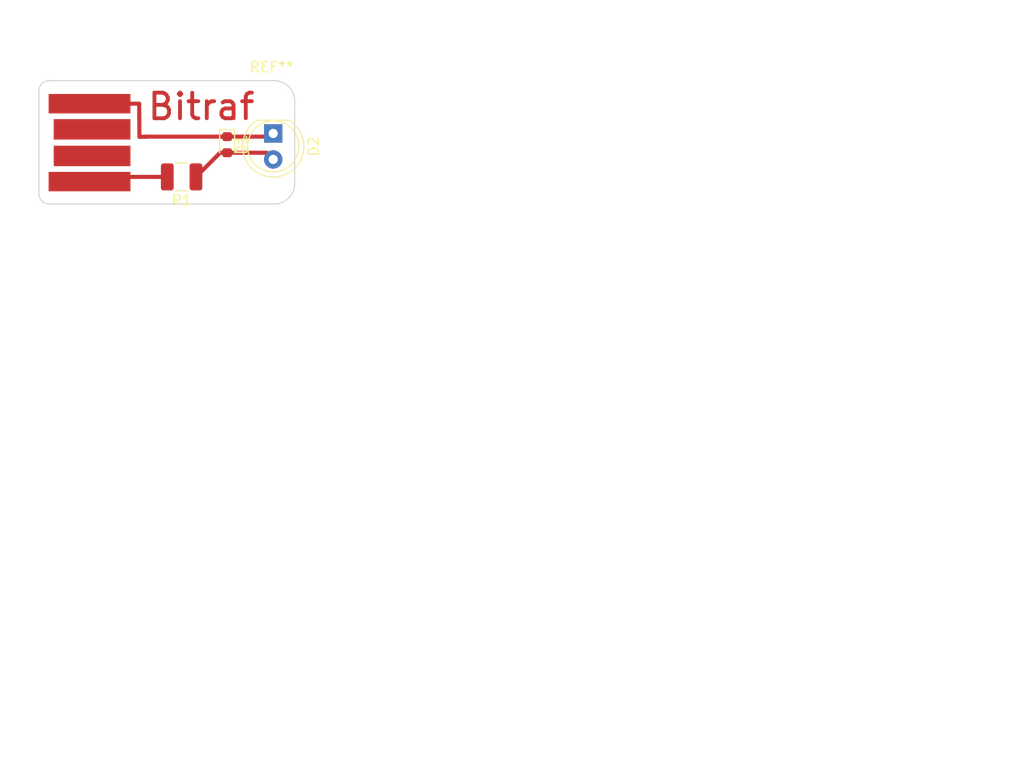
<source format=kicad_pcb>
(kicad_pcb (version 20171130) (host pcbnew 5.0.1)

  (general
    (thickness 1.6)
    (drawings 13)
    (tracks 13)
    (zones 0)
    (modules 5)
    (nets 6)
  )

  (page A4)
  (layers
    (0 F.Cu signal)
    (31 B.Cu signal)
    (32 B.Adhes user)
    (33 F.Adhes user)
    (34 B.Paste user)
    (35 F.Paste user)
    (36 B.SilkS user)
    (37 F.SilkS user)
    (38 B.Mask user)
    (39 F.Mask user)
    (40 Dwgs.User user)
    (41 Cmts.User user)
    (42 Eco1.User user)
    (43 Eco2.User user)
    (44 Edge.Cuts user)
    (45 Margin user)
    (46 B.CrtYd user)
    (47 F.CrtYd user)
    (48 B.Fab user)
    (49 F.Fab user)
  )

  (setup
    (last_trace_width 0.4)
    (trace_clearance 0.4)
    (zone_clearance 0.508)
    (zone_45_only no)
    (trace_min 0.2)
    (segment_width 0.2)
    (edge_width 0.15)
    (via_size 0.8)
    (via_drill 0.4)
    (via_min_size 0.4)
    (via_min_drill 0.3)
    (uvia_size 0.3)
    (uvia_drill 0.1)
    (uvias_allowed no)
    (uvia_min_size 0.2)
    (uvia_min_drill 0.1)
    (pcb_text_width 0.3)
    (pcb_text_size 1.5 1.5)
    (mod_edge_width 0.15)
    (mod_text_size 1 1)
    (mod_text_width 0.15)
    (pad_size 1.524 1.524)
    (pad_drill 0.762)
    (pad_to_mask_clearance 0.051)
    (solder_mask_min_width 0.25)
    (aux_axis_origin 0 0)
    (visible_elements FFFFFF7F)
    (pcbplotparams
      (layerselection 0x010fc_ffffffff)
      (usegerberextensions false)
      (usegerberattributes false)
      (usegerberadvancedattributes false)
      (creategerberjobfile false)
      (excludeedgelayer true)
      (linewidth 0.100000)
      (plotframeref false)
      (viasonmask false)
      (mode 1)
      (useauxorigin false)
      (hpglpennumber 1)
      (hpglpenspeed 20)
      (hpglpendiameter 15.000000)
      (psnegative false)
      (psa4output false)
      (plotreference true)
      (plotvalue true)
      (plotinvisibletext false)
      (padsonsilk false)
      (subtractmaskfromsilk false)
      (outputformat 1)
      (mirror false)
      (drillshape 1)
      (scaleselection 1)
      (outputdirectory ""))
  )

  (net 0 "")
  (net 1 GND)
  (net 2 "Net-(D1-Pad2)")
  (net 3 "Net-(J1-Pad2)")
  (net 4 "Net-(J1-Pad3)")
  (net 5 +5V)

  (net_class Default "This is the default net class."
    (clearance 0.4)
    (trace_width 0.4)
    (via_dia 0.8)
    (via_drill 0.4)
    (uvia_dia 0.3)
    (uvia_drill 0.1)
    (add_net +5V)
    (add_net GND)
    (add_net "Net-(D1-Pad2)")
    (add_net "Net-(J1-Pad2)")
    (add_net "Net-(J1-Pad3)")
  )

  (module LED_SMD:LED_0603_1608Metric (layer F.Cu) (tedit 5B301BBE) (tstamp 5C7327EE)
    (at 122.15 39.1 270)
    (descr "LED SMD 0603 (1608 Metric), square (rectangular) end terminal, IPC_7351 nominal, (Body size source: http://www.tortai-tech.com/upload/download/2011102023233369053.pdf), generated with kicad-footprint-generator")
    (tags diode)
    (path /5C5ECDB6)
    (attr smd)
    (fp_text reference D1 (at 0 -1.43 270) (layer F.SilkS)
      (effects (font (size 1 1) (thickness 0.15)))
    )
    (fp_text value "LED SMD" (at 0 1.43 270) (layer F.Fab)
      (effects (font (size 1 1) (thickness 0.15)))
    )
    (fp_line (start 0.8 -0.4) (end -0.5 -0.4) (layer F.Fab) (width 0.1))
    (fp_line (start -0.5 -0.4) (end -0.8 -0.1) (layer F.Fab) (width 0.1))
    (fp_line (start -0.8 -0.1) (end -0.8 0.4) (layer F.Fab) (width 0.1))
    (fp_line (start -0.8 0.4) (end 0.8 0.4) (layer F.Fab) (width 0.1))
    (fp_line (start 0.8 0.4) (end 0.8 -0.4) (layer F.Fab) (width 0.1))
    (fp_line (start 0.8 -0.735) (end -1.485 -0.735) (layer F.SilkS) (width 0.12))
    (fp_line (start -1.485 -0.735) (end -1.485 0.735) (layer F.SilkS) (width 0.12))
    (fp_line (start -1.485 0.735) (end 0.8 0.735) (layer F.SilkS) (width 0.12))
    (fp_line (start -1.48 0.73) (end -1.48 -0.73) (layer F.CrtYd) (width 0.05))
    (fp_line (start -1.48 -0.73) (end 1.48 -0.73) (layer F.CrtYd) (width 0.05))
    (fp_line (start 1.48 -0.73) (end 1.48 0.73) (layer F.CrtYd) (width 0.05))
    (fp_line (start 1.48 0.73) (end -1.48 0.73) (layer F.CrtYd) (width 0.05))
    (fp_text user %R (at 0 0 270) (layer F.Fab)
      (effects (font (size 0.4 0.4) (thickness 0.06)))
    )
    (pad 1 smd roundrect (at -0.7875 0 270) (size 0.875 0.95) (layers F.Cu F.Paste F.Mask) (roundrect_rratio 0.25)
      (net 1 GND))
    (pad 2 smd roundrect (at 0.7875 0 270) (size 0.875 0.95) (layers F.Cu F.Paste F.Mask) (roundrect_rratio 0.25)
      (net 2 "Net-(D1-Pad2)"))
    (model ${KISYS3DMOD}/LED_SMD.3dshapes/LED_0603_1608Metric.wrl
      (at (xyz 0 0 0))
      (scale (xyz 1 1 1))
      (rotate (xyz 0 0 0))
    )
  )

  (module LED_THT:LED_D5.0mm (layer F.Cu) (tedit 5995936A) (tstamp 5C73252C)
    (at 126.65 38 270)
    (descr "LED, diameter 5.0mm, 2 pins, http://cdn-reichelt.de/documents/datenblatt/A500/LL-504BC2E-009.pdf")
    (tags "LED diameter 5.0mm 2 pins")
    (path /5C5ECE43)
    (fp_text reference D2 (at 1.27 -3.96 270) (layer F.SilkS)
      (effects (font (size 1 1) (thickness 0.15)))
    )
    (fp_text value LED (at 1.27 3.96 270) (layer F.Fab)
      (effects (font (size 1 1) (thickness 0.15)))
    )
    (fp_arc (start 1.27 0) (end -1.23 -1.469694) (angle 299.1) (layer F.Fab) (width 0.1))
    (fp_arc (start 1.27 0) (end -1.29 -1.54483) (angle 148.9) (layer F.SilkS) (width 0.12))
    (fp_arc (start 1.27 0) (end -1.29 1.54483) (angle -148.9) (layer F.SilkS) (width 0.12))
    (fp_circle (center 1.27 0) (end 3.77 0) (layer F.Fab) (width 0.1))
    (fp_circle (center 1.27 0) (end 3.77 0) (layer F.SilkS) (width 0.12))
    (fp_line (start -1.23 -1.469694) (end -1.23 1.469694) (layer F.Fab) (width 0.1))
    (fp_line (start -1.29 -1.545) (end -1.29 1.545) (layer F.SilkS) (width 0.12))
    (fp_line (start -1.95 -3.25) (end -1.95 3.25) (layer F.CrtYd) (width 0.05))
    (fp_line (start -1.95 3.25) (end 4.5 3.25) (layer F.CrtYd) (width 0.05))
    (fp_line (start 4.5 3.25) (end 4.5 -3.25) (layer F.CrtYd) (width 0.05))
    (fp_line (start 4.5 -3.25) (end -1.95 -3.25) (layer F.CrtYd) (width 0.05))
    (fp_text user %R (at 1.25 0 270) (layer F.Fab)
      (effects (font (size 0.8 0.8) (thickness 0.2)))
    )
    (pad 1 thru_hole rect (at 0 0 270) (size 1.8 1.8) (drill 0.9) (layers *.Cu *.Mask)
      (net 1 GND))
    (pad 2 thru_hole circle (at 2.54 0 270) (size 1.8 1.8) (drill 0.9) (layers *.Cu *.Mask)
      (net 2 "Net-(D1-Pad2)"))
    (model ${KISYS3DMOD}/LED_THT.3dshapes/LED_D5.0mm.wrl
      (at (xyz 0 0 0))
      (scale (xyz 1 1 1))
      (rotate (xyz 0 0 0))
    )
  )

  (module usbled:usb-pcb (layer F.Cu) (tedit 542BB0AF) (tstamp 5C732537)
    (at 103.8 38.9 270)
    (path /5C5ED0C5)
    (attr virtual)
    (fp_text reference J1 (at 0.13 -7.85 270) (layer F.SilkS) hide
      (effects (font (size 1.5 1.5) (thickness 0.15)))
    )
    (fp_text value USB_A (at 0.29 -10.13 270) (layer F.SilkS) hide
      (effects (font (size 1.5 1.5) (thickness 0.15)))
    )
    (fp_line (start -6.03 0) (end -6.03 -12) (layer Dwgs.User) (width 0.15))
    (fp_line (start 6.03 0) (end -6.03 0) (layer Dwgs.User) (width 0.15))
    (fp_line (start 6.03 0) (end 6.03 -12) (layer Dwgs.User) (width 0.15))
    (pad 2 connect rect (at 1.3 -5.15 270) (size 2 7.5) (layers F.Cu F.Mask)
      (net 3 "Net-(J1-Pad2)"))
    (pad 3 connect rect (at -1.3 -5.15 270) (size 2 7.5) (layers F.Cu F.Mask)
      (net 4 "Net-(J1-Pad3)"))
    (pad 4 connect rect (at -3.81 -4.9 270) (size 1.9 8) (layers F.Cu F.Mask)
      (net 1 GND))
    (pad 1 connect rect (at 3.81 -4.9 270) (size 1.9 8) (layers F.Cu F.Mask)
      (net 5 +5V))
  )

  (module Resistor_SMD:R_1210_3225Metric (layer F.Cu) (tedit 5B301BBD) (tstamp 5C7D1206)
    (at 117.7 42.25 180)
    (descr "Resistor SMD 1210 (3225 Metric), square (rectangular) end terminal, IPC_7351 nominal, (Body size source: http://www.tortai-tech.com/upload/download/2011102023233369053.pdf), generated with kicad-footprint-generator")
    (tags resistor)
    (path /5C5ECE94)
    (attr smd)
    (fp_text reference R1 (at 0 -2.28 180) (layer F.SilkS)
      (effects (font (size 1 1) (thickness 0.15)))
    )
    (fp_text value 470 (at 0 2.28 180) (layer F.Fab)
      (effects (font (size 1 1) (thickness 0.15)))
    )
    (fp_line (start -1.6 1.25) (end -1.6 -1.25) (layer F.Fab) (width 0.1))
    (fp_line (start -1.6 -1.25) (end 1.6 -1.25) (layer F.Fab) (width 0.1))
    (fp_line (start 1.6 -1.25) (end 1.6 1.25) (layer F.Fab) (width 0.1))
    (fp_line (start 1.6 1.25) (end -1.6 1.25) (layer F.Fab) (width 0.1))
    (fp_line (start -0.602064 -1.36) (end 0.602064 -1.36) (layer F.SilkS) (width 0.12))
    (fp_line (start -0.602064 1.36) (end 0.602064 1.36) (layer F.SilkS) (width 0.12))
    (fp_line (start -2.28 1.58) (end -2.28 -1.58) (layer F.CrtYd) (width 0.05))
    (fp_line (start -2.28 -1.58) (end 2.28 -1.58) (layer F.CrtYd) (width 0.05))
    (fp_line (start 2.28 -1.58) (end 2.28 1.58) (layer F.CrtYd) (width 0.05))
    (fp_line (start 2.28 1.58) (end -2.28 1.58) (layer F.CrtYd) (width 0.05))
    (fp_text user %R (at 0 0 180) (layer F.Fab)
      (effects (font (size 0.8 0.8) (thickness 0.12)))
    )
    (pad 1 smd roundrect (at -1.4 0 180) (size 1.25 2.65) (layers F.Cu F.Paste F.Mask) (roundrect_rratio 0.2)
      (net 2 "Net-(D1-Pad2)"))
    (pad 2 smd roundrect (at 1.4 0 180) (size 1.25 2.65) (layers F.Cu F.Paste F.Mask) (roundrect_rratio 0.2)
      (net 5 +5V))
    (model ${KISYS3DMOD}/Resistor_SMD.3dshapes/R_1210_3225Metric.wrl
      (at (xyz 0 0 0))
      (scale (xyz 1 1 1))
      (rotate (xyz 0 0 0))
    )
  )

  (module MountingHole:MountingHole_2.5mm (layer F.Cu) (tedit 56D1B4CB) (tstamp 5C7D1021)
    (at 126.5 35)
    (descr "Mounting Hole 2.5mm, no annular")
    (tags "mounting hole 2.5mm no annular")
    (attr virtual)
    (fp_text reference REF** (at 0 -3.5) (layer F.SilkS)
      (effects (font (size 1 1) (thickness 0.15)))
    )
    (fp_text value MountingHole_2.5mm (at 0 3.5) (layer F.Fab)
      (effects (font (size 1 1) (thickness 0.15)))
    )
    (fp_circle (center 0 0) (end 2.75 0) (layer F.CrtYd) (width 0.05))
    (fp_circle (center 0 0) (end 2.5 0) (layer Cmts.User) (width 0.15))
    (fp_text user %R (at 0.3 0) (layer F.Fab)
      (effects (font (size 1 1) (thickness 0.15)))
    )
    (pad 1 np_thru_hole circle (at 0 0) (size 2.5 2.5) (drill 2.5) (layers *.Cu *.Mask))
  )

  (gr_arc (start 104.75 33.84) (end 104.75 32.84) (angle -90) (layer Edge.Cuts) (width 0.1))
  (gr_line (start 128.75 34.84) (end 128.75 42.9) (layer Edge.Cuts) (width 0.1))
  (gr_line (start 104.75 32.84) (end 126.75 32.84) (layer Edge.Cuts) (width 0.1))
  (gr_arc (start 104.75 43.9) (end 103.75 43.9) (angle -90) (layer Edge.Cuts) (width 0.1))
  (gr_line (start 103.75 43.9) (end 103.75 33.84) (layer Edge.Cuts) (width 0.1))
  (gr_arc (start 126.75 34.84) (end 128.75 34.84) (angle -90) (layer Edge.Cuts) (width 0.1))
  (gr_line (start 126.75 44.9) (end 104.75 44.9) (layer Edge.Cuts) (width 0.1))
  (gr_arc (start 126.75 42.9) (end 126.75 44.9) (angle -90) (layer Edge.Cuts) (width 0.1))
  (gr_text Bitraf (at 119.625 35.375) (layer F.Cu)
    (effects (font (size 2.5 2.5) (thickness 0.375)))
  )
  (gr_line (start 200 25) (end 200 100) (layer Eco1.User) (width 0.1))
  (gr_line (start 100 100) (end 100 25) (layer Eco1.User) (width 0.1))
  (gr_line (start 200 100) (end 100 100) (layer Eco1.User) (width 0.1))
  (gr_line (start 100 25) (end 200 25) (layer Eco1.User) (width 0.1))

  (segment (start 126.3375 38.3125) (end 126.65 38) (width 0.4) (layer F.Cu) (net 1))
  (segment (start 122.15 38.3125) (end 126.3375 38.3125) (width 0.4) (layer F.Cu) (net 1))
  (segment (start 114.2125 38.3125) (end 122.15 38.3125) (width 0.4) (layer F.Cu) (net 1))
  (segment (start 114.125 38.325) (end 114.2125 38.3125) (width 0.4) (layer F.Cu) (net 1))
  (segment (start 113.575 38.325) (end 114.125 38.325) (width 0.4) (layer F.Cu) (net 1))
  (segment (start 108.7 35.09) (end 113.55 35.09) (width 0.4) (layer F.Cu) (net 1))
  (segment (start 113.55 35.09) (end 113.575 38.325) (width 0.4) (layer F.Cu) (net 1))
  (segment (start 121.4625 39.8875) (end 122.15 39.8875) (width 0.4) (layer F.Cu) (net 2))
  (segment (start 119.1 42.25) (end 121.4625 39.8875) (width 0.4) (layer F.Cu) (net 2))
  (segment (start 125.9975 39.8875) (end 126.65 40.54) (width 0.4) (layer F.Cu) (net 2))
  (segment (start 122.15 39.8875) (end 125.9975 39.8875) (width 0.4) (layer F.Cu) (net 2))
  (segment (start 109.16 42.25) (end 108.7 42.71) (width 0.4) (layer F.Cu) (net 5))
  (segment (start 116.3 42.25) (end 109.16 42.25) (width 0.4) (layer F.Cu) (net 5))

)

</source>
